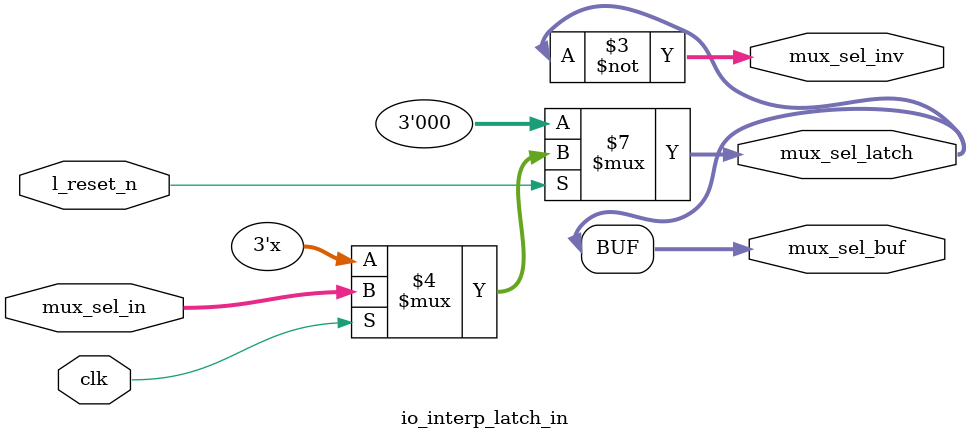
<source format=v>


//-------------------------------------------------------------------------------------------------------------------------------------------------------------------------
// io_interp_latch_in :   mux_sel latches
//-------------------------------------------------------------------------------------------------------------------------------------------------------------------------

module io_interp_latch_in (
input             l_reset_n,        	// Active low reset
input             clk,      	 	// clock for latch
input       [2:0] mux_sel_in,       	// The gray code to control (even) of the 8 to 1 phase multiplexer
output reg  [2:0] mux_sel_latch,    	// latched gray code to control (even) of the 8 to 1 phase multiplexer
output 	    [2:0] mux_sel_buf,    	// buffered gray code to control (even) of the 8 to 1 phase multiplexer
output 	    [2:0] mux_sel_inv    	// inverted gray code to control (even) of the 8 to 1 phase multiplexer
);

`ifdef TIMESCALE_EN
                timeunit 1ps;
                timeprecision 1ps;
`endif

parameter  INV_DELAY      = 15;  // 15ps
parameter  LATCH_DELAY    = 50;  // 50ps
parameter  BUF_DELAY      = 25;  // 25ps
parameter  MUX_DELAY      = 50;  // 50ps

//=========================================================================================================================================================================
// io_interpolator_mux selects 3 of the 8 input clock phases (A complimentary set) 
//=========================================================================================================================================================================

always @(*) 
  if (~l_reset_n)         mux_sel_latch[2:0] <= #LATCH_DELAY 3'h0;
  else if (clk) mux_sel_latch[2:0] <= #LATCH_DELAY mux_sel_in[2:0];

assign mux_sel_buf = mux_sel_latch[2:0];
assign mux_sel_inv = ~mux_sel_latch[2:0];

endmodule



</source>
